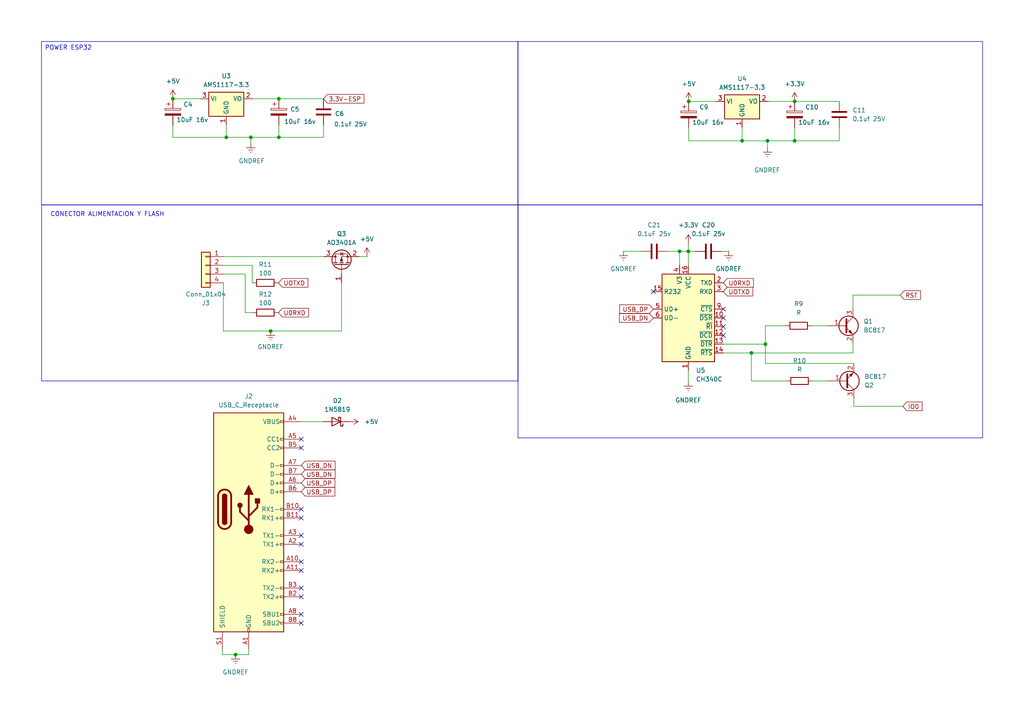
<source format=kicad_sch>
(kicad_sch (version 20230121) (generator eeschema)
  (paper "A4")
  (lib_symbols
    (symbol "Connector:USB_C_Receptacle" (pin_names (offset 1.016))
      (property "Reference" "J" (at -10.16 29.21 0))
      (property "Value" "USB_C_Receptacle" (at 10.16 29.21 0))
      (symbol "USB_C_Receptacle_0_0"
        (rectangle (start -0.254 -35.56) (end 0.254 -34.544))
        (rectangle (start 10.16 -32.766) (end 9.144 -33.274))
        (rectangle (start 10.16 -30.226) (end 9.144 -30.734))
        (rectangle (start 10.16 -25.146) (end 9.144 -25.654))
        (rectangle (start 10.16 -22.606) (end 9.144 -23.114))
        (rectangle (start 10.16 -17.526) (end 9.144 -18.034))
        (rectangle (start 10.16 -14.986) (end 9.144 -15.494))
        (rectangle (start 10.16 -9.906) (end 9.144 -10.414))
        (rectangle (start 10.16 -7.366) (end 9.144 -7.874))
        (rectangle (start 10.16 -2.286) (end 9.144 -2.794))
        (rectangle (start 10.16 0.254) (end 9.144 -0.254))
        (rectangle (start 10.16 5.334) (end 9.144 4.826))
        (rectangle (start 10.16 7.874) (end 9.144 7.366))
        (rectangle (start 10.16 10.414) (end 9.144 9.906))
        (rectangle (start 10.16 12.954) (end 9.144 12.446))
        (rectangle (start 10.16 18.034) (end 9.144 17.526))
        (rectangle (start 10.16 20.574) (end 9.144 20.066))
        (rectangle (start 10.16 25.654) (end 9.144 25.146))
      )
      (symbol "USB_C_Receptacle_0_1"
        (rectangle (start -10.16 27.94) (end 10.16 -35.56) (stroke (width 0.254)) (fill (type background)))
        (arc (start -8.89 -3.81) (mid -6.985 -5.7067) (end -5.08 -3.81) (stroke (width 0.508)))
        (arc (start -7.62 -3.81) (mid -6.985 -4.4423) (end -6.35 -3.81) (stroke (width 0.254)))
        (arc (start -7.62 -3.81) (mid -6.985 -4.4423) (end -6.35 -3.81) (stroke (width 0.254)) (fill (type outline)))
        (rectangle (start -7.62 -3.81) (end -6.35 3.81) (stroke (width 0.254)) (fill (type outline)))
        (arc (start -6.35 3.81) (mid -6.985 4.4423) (end -7.62 3.81) (stroke (width 0.254)))
        (arc (start -6.35 3.81) (mid -6.985 4.4423) (end -7.62 3.81) (stroke (width 0.254)) (fill (type outline)))
        (arc (start -5.08 3.81) (mid -6.985 5.7067) (end -8.89 3.81) (stroke (width 0.508)))
        (polyline (pts (xy -8.89 -3.81) (xy -8.89 3.81)) (stroke (width 0.508)))
        (polyline (pts (xy -5.08 3.81) (xy -5.08 -3.81)) (stroke (width 0.508)))
      )
      (symbol "USB_C_Receptacle_1_1"
        (circle (center -2.54 1.143) (radius 0.635) (stroke (width 0.254)) (fill (type outline)))
        (circle (center 0 -5.842) (radius 1.27) (fill (type outline)))
        (polyline (pts (xy 0 -5.842) (xy 0 4.318)) (stroke (width 0.508)))
        (polyline (pts (xy 0 -3.302) (xy -2.54 -0.762) (xy -2.54 0.508)) (stroke (width 0.508)))
        (polyline (pts (xy 0 -2.032) (xy 2.54 0.508) (xy 2.54 1.778)) (stroke (width 0.508)))
        (polyline (pts (xy -1.27 4.318) (xy 0 6.858) (xy 1.27 4.318) (xy -1.27 4.318)) (stroke (width 0.254)) (fill (type outline)))
        (rectangle (start 1.905 1.778) (end 3.175 3.048) (stroke (width 0.254)) (fill (type outline)))
        (pin passive line (at 0 -40.64 90) (length 5.08) (name "GND") (number "A1"))
        (pin bidirectional line (at 15.24 -15.24 180) (length 5.08) (name "RX2-") (number "A10"))
        (pin bidirectional line (at 15.24 -17.78 180) (length 5.08) (name "RX2+") (number "A11"))
        (pin passive line (at 0 -40.64 90) (length 5.08) hide (name "GND") (number "A12"))
        (pin bidirectional line (at 15.24 -10.16 180) (length 5.08) (name "TX1+") (number "A2"))
        (pin bidirectional line (at 15.24 -7.62 180) (length 5.08) (name "TX1-") (number "A3"))
        (pin passive line (at 15.24 25.4 180) (length 5.08) (name "VBUS") (number "A4"))
        (pin bidirectional line (at 15.24 20.32 180) (length 5.08) (name "CC1") (number "A5"))
        (pin bidirectional line (at 15.24 7.62 180) (length 5.08) (name "D+") (number "A6"))
        (pin bidirectional line (at 15.24 12.7 180) (length 5.08) (name "D-") (number "A7"))
        (pin bidirectional line (at 15.24 -30.48 180) (length 5.08) (name "SBU1") (number "A8"))
        (pin passive line (at 15.24 25.4 180) (length 5.08) hide (name "VBUS") (number "A9"))
        (pin passive line (at 0 -40.64 90) (length 5.08) hide (name "GND") (number "B1"))
        (pin bidirectional line (at 15.24 0 180) (length 5.08) (name "RX1-") (number "B10"))
        (pin bidirectional line (at 15.24 -2.54 180) (length 5.08) (name "RX1+") (number "B11"))
        (pin passive line (at 0 -40.64 90) (length 5.08) hide (name "GND") (number "B12"))
        (pin bidirectional line (at 15.24 -25.4 180) (length 5.08) (name "TX2+") (number "B2"))
        (pin bidirectional line (at 15.24 -22.86 180) (length 5.08) (name "TX2-") (number "B3"))
        (pin passive line (at 15.24 25.4 180) (length 5.08) hide (name "VBUS") (number "B4"))
        (pin bidirectional line (at 15.24 17.78 180) (length 5.08) (name "CC2") (number "B5"))
        (pin bidirectional line (at 15.24 5.08 180) (length 5.08) (name "D+") (number "B6"))
        (pin bidirectional line (at 15.24 10.16 180) (length 5.08) (name "D-") (number "B7"))
        (pin bidirectional line (at 15.24 -33.02 180) (length 5.08) (name "SBU2") (number "B8"))
        (pin passive line (at 15.24 25.4 180) (length 5.08) hide (name "VBUS") (number "B9"))
        (pin passive line (at -7.62 -40.64 90) (length 5.08) (name "SHIELD") (number "S1"))
      )
    )
    (symbol "Connector_Generic:Conn_01x04" (pin_names (offset 1.016) hide)
      (property "Reference" "J" (at 0 5.08 0))
      (property "Value" "Conn_01x04" (at 0 -7.62 0))
      (symbol "Conn_01x04_1_1"
        (rectangle (start -1.27 -4.953) (end 0 -5.207) (stroke (width 0.1524)))
        (rectangle (start -1.27 -2.413) (end 0 -2.667) (stroke (width 0.1524)))
        (rectangle (start -1.27 0.127) (end 0 -0.127) (stroke (width 0.1524)))
        (rectangle (start -1.27 2.667) (end 0 2.413) (stroke (width 0.1524)))
        (rectangle (start -1.27 3.81) (end 1.27 -6.35) (stroke (width 0.254)) (fill (type background)))
        (pin passive line (at -5.08 2.54 0) (length 3.81) (name "Pin_1") (number "1"))
        (pin passive line (at -5.08 0 0) (length 3.81) (name "Pin_2") (number "2"))
        (pin passive line (at -5.08 -2.54 0) (length 3.81) (name "Pin_3") (number "3"))
        (pin passive line (at -5.08 -5.08 0) (length 3.81) (name "Pin_4") (number "4"))
      )
    )
    (symbol "Device:C" (pin_numbers hide) (pin_names (offset 0.254))
      (property "Reference" "C" (at 0.635 2.54 0))
      (property "Value" "C" (at 0.635 -2.54 0))
      (symbol "C_0_1"
        (polyline (pts (xy -2.032 -0.762) (xy 2.032 -0.762)) (stroke (width 0.508)))
        (polyline (pts (xy -2.032 0.762) (xy 2.032 0.762)) (stroke (width 0.508)))
      )
      (symbol "C_1_1"
        (pin passive line (at 0 3.81 270) (length 2.794) (name "~") (number "1"))
        (pin passive line (at 0 -3.81 90) (length 2.794) (name "~") (number "2"))
      )
    )
    (symbol "Device:C_Polarized" (pin_numbers hide) (pin_names (offset 0.254))
      (property "Reference" "C" (at 0.635 2.54 0))
      (property "Value" "C_Polarized" (at 0.635 -2.54 0))
      (symbol "C_Polarized_0_1"
        (rectangle (start -2.286 0.508) (end 2.286 1.016))
        (polyline (pts (xy -1.778 2.286) (xy -0.762 2.286)))
        (polyline (pts (xy -1.27 2.794) (xy -1.27 1.778)))
        (rectangle (start 2.286 -0.508) (end -2.286 -1.016) (fill (type outline)))
      )
      (symbol "C_Polarized_1_1"
        (pin passive line (at 0 3.81 270) (length 2.794) (name "~") (number "1"))
        (pin passive line (at 0 -3.81 90) (length 2.794) (name "~") (number "2"))
      )
    )
    (symbol "Device:R" (pin_numbers hide) (pin_names (offset 0))
      (property "Reference" "R" (at 2.032 0 90))
      (property "Value" "R" (at 0 0 90))
      (symbol "R_0_1"
        (rectangle (start -1.016 -2.54) (end 1.016 2.54) (stroke (width 0.254)))
      )
      (symbol "R_1_1"
        (pin passive line (at 0 3.81 270) (length 1.27) (name "~") (number "1"))
        (pin passive line (at 0 -3.81 90) (length 1.27) (name "~") (number "2"))
      )
    )
    (symbol "Diode:1N5819" (pin_numbers hide) (pin_names (offset 1.016) hide)
      (property "Reference" "D" (at 0 2.54 0))
      (property "Value" "1N5819" (at 0 -2.54 0))
      (symbol "1N5819_0_1"
        (polyline (pts (xy 1.27 0) (xy -1.27 0)))
        (polyline (pts (xy 1.27 1.27) (xy 1.27 -1.27) (xy -1.27 0) (xy 1.27 1.27)) (stroke (width 0.254)))
        (polyline (pts (xy -1.905 0.635) (xy -1.905 1.27) (xy -1.27 1.27) (xy -1.27 -1.27) (xy -0.635 -1.27) (xy -0.635 -0.635)) (stroke (width 0.254)))
      )
      (symbol "1N5819_1_1"
        (pin passive line (at -3.81 0 0) (length 2.54) (name "K") (number "1"))
        (pin passive line (at 3.81 0 180) (length 2.54) (name "A") (number "2"))
      )
    )
    (symbol "Interface_USB:CH340C"
      (property "Reference" "U" (at -5.08 13.97 0))
      (property "Value" "CH340C" (at 1.27 13.97 0))
      (symbol "CH340C_0_1"
        (rectangle (start -7.62 12.7) (end 7.62 -12.7) (stroke (width 0.254)) (fill (type background)))
      )
      (symbol "CH340C_1_1"
        (pin power_in line (at 0 -15.24 90) (length 2.54) (name "GND") (number "1"))
        (pin input line (at 10.16 0 180) (length 2.54) (name "~{DSR}") (number "10"))
        (pin input line (at 10.16 -2.54 180) (length 2.54) (name "~{RI}") (number "11"))
        (pin input line (at 10.16 -5.08 180) (length 2.54) (name "~{DCD}") (number "12"))
        (pin output line (at 10.16 -7.62 180) (length 2.54) (name "~{DTR}") (number "13"))
        (pin output line (at 10.16 -10.16 180) (length 2.54) (name "~{RTS}") (number "14"))
        (pin input line (at -10.16 7.62 0) (length 2.54) (name "R232") (number "15"))
        (pin power_in line (at 0 15.24 270) (length 2.54) (name "VCC") (number "16"))
        (pin output line (at 10.16 10.16 180) (length 2.54) (name "TXD") (number "2"))
        (pin input line (at 10.16 7.62 180) (length 2.54) (name "RXD") (number "3"))
        (pin passive line (at -2.54 15.24 270) (length 2.54) (name "V3") (number "4"))
        (pin bidirectional line (at -10.16 2.54 0) (length 2.54) (name "UD+") (number "5"))
        (pin bidirectional line (at -10.16 0 0) (length 2.54) (name "UD-") (number "6"))
        (pin no_connect line (at -7.62 -7.62 0) (length 2.54) hide (name "NC") (number "7"))
        (pin no_connect line (at -7.62 -10.16 0) (length 2.54) hide (name "NC") (number "8"))
        (pin input line (at 10.16 2.54 180) (length 2.54) (name "~{CTS}") (number "9"))
      )
    )
    (symbol "Regulator_Linear:AMS1117-3.3"
      (property "Reference" "U" (at -3.81 3.175 0))
      (property "Value" "AMS1117-3.3" (at 0 3.175 0))
      (symbol "AMS1117-3.3_0_1"
        (rectangle (start -5.08 -5.08) (end 5.08 1.905) (stroke (width 0.254)) (fill (type background)))
      )
      (symbol "AMS1117-3.3_1_1"
        (pin power_in line (at 0 -7.62 90) (length 2.54) (name "GND") (number "1"))
        (pin power_out line (at 7.62 0 180) (length 2.54) (name "VO") (number "2"))
        (pin power_in line (at -7.62 0 0) (length 2.54) (name "VI") (number "3"))
      )
    )
    (symbol "Transistor_BJT:BC817" (pin_names (offset 0) hide)
      (property "Reference" "Q" (at 5.08 1.905 0))
      (property "Value" "BC817" (at 5.08 0 0))
      (symbol "BC817_0_1"
        (polyline (pts (xy 0.635 0.635) (xy 2.54 2.54)))
        (polyline (pts (xy 0.635 -0.635) (xy 2.54 -2.54) (xy 2.54 -2.54)))
        (polyline (pts (xy 0.635 1.905) (xy 0.635 -1.905) (xy 0.635 -1.905)) (stroke (width 0.508)))
        (polyline (pts (xy 1.27 -1.778) (xy 1.778 -1.27) (xy 2.286 -2.286) (xy 1.27 -1.778) (xy 1.27 -1.778)) (fill (type outline)))
        (circle (center 1.27 0) (radius 2.8194) (stroke (width 0.254)))
      )
      (symbol "BC817_1_1"
        (pin input line (at -5.08 0 0) (length 5.715) (name "B") (number "1"))
        (pin passive line (at 2.54 -5.08 90) (length 2.54) (name "E") (number "2"))
        (pin passive line (at 2.54 5.08 270) (length 2.54) (name "C") (number "3"))
      )
    )
    (symbol "Transistor_FET:AO3401A" (pin_names hide)
      (property "Reference" "Q" (at 5.08 1.905 0))
      (property "Value" "AO3401A" (at 5.08 0 0))
      (symbol "AO3401A_0_1"
        (polyline (pts (xy 0.254 0) (xy -2.54 0)))
        (polyline (pts (xy 0.254 1.905) (xy 0.254 -1.905)) (stroke (width 0.254)))
        (polyline (pts (xy 0.762 -1.27) (xy 0.762 -2.286)) (stroke (width 0.254)))
        (polyline (pts (xy 0.762 0.508) (xy 0.762 -0.508)) (stroke (width 0.254)))
        (polyline (pts (xy 0.762 2.286) (xy 0.762 1.27)) (stroke (width 0.254)))
        (polyline (pts (xy 2.54 2.54) (xy 2.54 1.778)))
        (polyline (pts (xy 2.54 -2.54) (xy 2.54 0) (xy 0.762 0)))
        (polyline (pts (xy 0.762 1.778) (xy 3.302 1.778) (xy 3.302 -1.778) (xy 0.762 -1.778)))
        (polyline (pts (xy 2.286 0) (xy 1.27 0.381) (xy 1.27 -0.381) (xy 2.286 0)) (fill (type outline)))
        (polyline (pts (xy 2.794 -0.508) (xy 2.921 -0.381) (xy 3.683 -0.381) (xy 3.81 -0.254)))
        (polyline (pts (xy 3.302 -0.381) (xy 2.921 0.254) (xy 3.683 0.254) (xy 3.302 -0.381)))
        (circle (center 1.651 0) (radius 2.794) (stroke (width 0.254)))
        (circle (center 2.54 -1.778) (radius 0.254) (fill (type outline)))
        (circle (center 2.54 1.778) (radius 0.254) (fill (type outline)))
      )
      (symbol "AO3401A_1_1"
        (pin input line (at -5.08 0 0) (length 2.54) (name "G") (number "1"))
        (pin passive line (at 2.54 -5.08 90) (length 2.54) (name "S") (number "2"))
        (pin passive line (at 2.54 5.08 270) (length 2.54) (name "D") (number "3"))
      )
    )
    (symbol "power:+3.3V" (power) (pin_names (offset 0))
      (property "Value" "+3.3V" (at 0 3.556 0))
      (symbol "+3.3V_0_1"
        (polyline (pts (xy -0.762 1.27) (xy 0 2.54)))
        (polyline (pts (xy 0 0) (xy 0 2.54)))
        (polyline (pts (xy 0 2.54) (xy 0.762 1.27)))
      )
      (symbol "+3.3V_1_1"
        (pin power_in line (at 0 0 90) (length 0) hide (name "+3.3V") (number "1"))
      )
    )
    (symbol "power:+5V" (power) (pin_names (offset 0))
      (property "Value" "+5V" (at 0 3.556 0))
      (symbol "+5V_0_1"
        (polyline (pts (xy -0.762 1.27) (xy 0 2.54)))
        (polyline (pts (xy 0 0) (xy 0 2.54)))
        (polyline (pts (xy 0 2.54) (xy 0.762 1.27)))
      )
      (symbol "+5V_1_1"
        (pin power_in line (at 0 0 90) (length 0) hide (name "+5V") (number "1"))
      )
    )
    (symbol "power:GNDREF" (power) (pin_names (offset 0))
      (property "Value" "GNDREF" (at 0 -3.81 0))
      (symbol "GNDREF_0_1"
        (polyline (pts (xy -0.635 -1.905) (xy 0.635 -1.905)))
        (polyline (pts (xy -0.127 -2.54) (xy 0.127 -2.54)))
        (polyline (pts (xy 0 -1.27) (xy 0 0)))
        (polyline (pts (xy 1.27 -1.27) (xy -1.27 -1.27)))
      )
      (symbol "GNDREF_1_1"
        (pin power_in line (at 0 0 270) (length 0) hide (name "GNDREF") (number "1"))
      )
    )
  )
  (junction (at 197.104 72.898))
  (junction (at 199.644 72.898))
  (junction (at 65.6336 39.8272))
  (junction (at 217.932 102.362))
  (junction (at 68.326 189.865))
  (junction (at 215.2396 40.8432))
  (junction (at 199.7456 29.4132))
  (junction (at 230.4796 40.8432))
  (junction (at 80.8736 39.8272))
  (junction (at 221.996 99.822))
  (junction (at 78.486 96.012))
  (junction (at 50.1396 28.6512))
  (junction (at 230.4796 29.4132))
  (junction (at 80.8736 28.6512))
  (junction (at 72.7456 39.8272))
  (junction (at 222.6056 40.8432))
  (no_connect (at 87.376 180.721))
  (no_connect (at 87.376 155.321))
  (no_connect (at 189.484 84.582))
  (no_connect (at 87.376 129.921))
  (no_connect (at 87.376 178.181))
  (no_connect (at 87.376 127.381))
  (no_connect (at 209.804 92.202))
  (no_connect (at 87.376 165.481))
  (no_connect (at 87.376 170.561))
  (no_connect (at 87.376 147.701))
  (no_connect (at 209.804 94.742))
  (no_connect (at 209.804 97.282))
  (no_connect (at 87.376 150.241))
  (no_connect (at 87.376 173.101))
  (no_connect (at 209.804 89.662))
  (no_connect (at 87.376 162.941))
  (no_connect (at 87.376 157.861))
  (wire (pts (xy 230.4796 37.0332) (xy 230.4796 40.8432)))
  (wire (pts (xy 71.12 90.678) (xy 73.152 90.678)))
  (wire (pts (xy 243.4336 40.8432) (xy 243.4336 37.0332)))
  (wire (pts (xy 50.1396 39.8272) (xy 65.6336 39.8272)))
  (wire (pts (xy 247.65 117.856) (xy 261.874 117.856)))
  (wire (pts (xy 221.996 105.41) (xy 221.996 99.822)))
  (wire (pts (xy 217.932 102.362) (xy 217.932 110.49)))
  (wire (pts (xy 73.152 76.962) (xy 64.77 76.962)))
  (wire (pts (xy 215.2396 40.8432) (xy 222.6056 40.8432)))
  (wire (pts (xy 197.104 72.898) (xy 199.644 72.898)))
  (wire (pts (xy 50.1396 28.6512) (xy 58.0136 28.6512)))
  (wire (pts (xy 247.65 105.41) (xy 221.996 105.41)))
  (wire (pts (xy 65.6336 36.2712) (xy 65.6336 39.8272)))
  (wire (pts (xy 68.326 189.865) (xy 64.516 189.865)))
  (wire (pts (xy 230.4796 29.4132) (xy 243.4336 29.4132)))
  (wire (pts (xy 217.932 110.49) (xy 228.092 110.49)))
  (wire (pts (xy 222.8596 29.4132) (xy 230.4796 29.4132)))
  (wire (pts (xy 64.77 79.502) (xy 71.12 79.502)))
  (wire (pts (xy 72.7456 39.8272) (xy 80.8736 39.8272)))
  (wire (pts (xy 199.644 72.898) (xy 199.644 76.962)))
  (wire (pts (xy 87.376 122.301) (xy 93.726 122.301)))
  (wire (pts (xy 197.104 76.962) (xy 197.104 72.898)))
  (wire (pts (xy 235.458 94.488) (xy 239.776 94.488)))
  (wire (pts (xy 215.2396 37.0332) (xy 215.2396 40.8432)))
  (wire (pts (xy 199.7456 37.0332) (xy 199.7456 40.8432)))
  (wire (pts (xy 247.396 102.362) (xy 247.396 99.568)))
  (wire (pts (xy 65.6336 39.8272) (xy 72.7456 39.8272)))
  (wire (pts (xy 247.65 115.57) (xy 247.65 117.856)))
  (wire (pts (xy 199.644 107.442) (xy 199.644 110.744)))
  (wire (pts (xy 99.06 96.012) (xy 99.06 82.042)))
  (wire (pts (xy 247.396 89.408) (xy 247.396 85.598)))
  (wire (pts (xy 193.548 72.898) (xy 197.104 72.898)))
  (wire (pts (xy 209.804 99.822) (xy 221.996 99.822)))
  (wire (pts (xy 199.644 70.612) (xy 199.644 72.898)))
  (wire (pts (xy 221.996 94.488) (xy 227.838 94.488)))
  (wire (pts (xy 217.932 102.362) (xy 247.396 102.362)))
  (wire (pts (xy 73.2536 28.6512) (xy 80.8736 28.6512)))
  (wire (pts (xy 180.848 72.898) (xy 185.928 72.898)))
  (wire (pts (xy 222.6056 40.8432) (xy 222.6056 42.8752)))
  (wire (pts (xy 80.8736 28.6512) (xy 93.8276 28.6512)))
  (wire (pts (xy 104.14 74.422) (xy 106.426 74.422)))
  (wire (pts (xy 64.77 96.012) (xy 78.486 96.012)))
  (wire (pts (xy 64.516 188.341) (xy 64.516 189.865)))
  (wire (pts (xy 199.7456 29.4132) (xy 207.6196 29.4132)))
  (wire (pts (xy 80.8736 36.2712) (xy 80.8736 39.8272)))
  (wire (pts (xy 199.7456 40.8432) (xy 215.2396 40.8432)))
  (wire (pts (xy 64.77 82.042) (xy 64.77 96.012)))
  (wire (pts (xy 230.4796 40.8432) (xy 243.4336 40.8432)))
  (wire (pts (xy 221.996 99.822) (xy 221.996 94.488)))
  (wire (pts (xy 73.152 82.042) (xy 73.152 76.962)))
  (wire (pts (xy 222.6056 40.8432) (xy 230.4796 40.8432)))
  (wire (pts (xy 72.7456 39.8272) (xy 72.7456 41.6052)))
  (wire (pts (xy 199.644 72.898) (xy 201.676 72.898)))
  (wire (pts (xy 247.396 85.598) (xy 261.112 85.598)))
  (wire (pts (xy 71.12 79.502) (xy 71.12 90.678)))
  (wire (pts (xy 72.136 188.341) (xy 72.136 189.865)))
  (wire (pts (xy 235.712 110.49) (xy 240.03 110.49)))
  (wire (pts (xy 50.1396 36.2712) (xy 50.1396 39.8272)))
  (wire (pts (xy 209.804 102.362) (xy 217.932 102.362)))
  (wire (pts (xy 78.486 96.012) (xy 99.06 96.012)))
  (wire (pts (xy 72.136 189.865) (xy 68.326 189.865)))
  (wire (pts (xy 80.8736 39.8272) (xy 93.8276 39.8272)))
  (wire (pts (xy 209.296 72.898) (xy 211.328 72.898)))
  (wire (pts (xy 64.77 74.422) (xy 93.98 74.422)))
  (wire (pts (xy 93.8276 39.8272) (xy 93.8276 36.2712)))
  (rectangle (start 150.2156 12.0396) (end 284.988 59.3852))
  (rectangle (start 12.065 59.436) (end 150.241 110.49))
  (rectangle (start 150.241 59.436) (end 284.988 127))
  (text_box "POWER ESP32" (at 12.0396 12.0396 0) (size 138.176 47.3456) (effects (font (size 1.27 1.27)) (justify left top)))
  (text "CONECTOR ALIMENTACION Y FLASH" (at 14.605 62.992 0) (effects (font (size 1.27 1.27)) (justify left bottom)))
  (global_label "USB_DP" (shape input) (at 87.376 142.621 0) (property "Intersheetrefs" "${INTERSHEET_REFS}" (effects hide)))
  (global_label "USB_DN" (shape input) (at 87.376 135.001 0) (property "Intersheetrefs" "${INTERSHEET_REFS}" (effects hide)))
  (global_label "IO0" (shape input) (at 261.874 117.856 0) (property "Intersheetrefs" "${INTERSHEET_REFS}" (effects hide)))
  (global_label "USB_DP" (shape input) (at 189.484 89.662 180) (property "Intersheetrefs" "${INTERSHEET_REFS}" (effects hide)))
  (global_label "USB_DN" (shape input) (at 189.484 92.202 180) (property "Intersheetrefs" "${INTERSHEET_REFS}" (effects hide)))
  (global_label "USB_DP" (shape input) (at 87.376 140.081 0) (property "Intersheetrefs" "${INTERSHEET_REFS}" (effects hide)))
  (global_label "U0RXD" (shape input) (at 80.772 90.678 0) (property "Intersheetrefs" "${INTERSHEET_REFS}" (effects hide)))
  (global_label "UOTXD" (shape input) (at 209.804 84.582 0) (property "Intersheetrefs" "${INTERSHEET_REFS}" (effects hide)))
  (global_label "RST" (shape input) (at 261.112 85.598 0) (property "Intersheetrefs" "${INTERSHEET_REFS}" (effects hide)))
  (global_label "U0RXD" (shape input) (at 209.804 82.042 0) (property "Intersheetrefs" "${INTERSHEET_REFS}" (effects hide)))
  (global_label "UOTXD" (shape input) (at 80.772 82.042 0) (property "Intersheetrefs" "${INTERSHEET_REFS}" (effects hide)))
  (global_label "USB_DN" (shape input) (at 87.376 137.541 0) (property "Intersheetrefs" "${INTERSHEET_REFS}" (effects hide)))
  (global_label "3.3V-ESP" (shape input) (at 93.8276 28.6512 0) (property "Intersheetrefs" "${INTERSHEET_REFS}" (effects hide)))
  (symbol (lib_id "power:+5V") (at 50.1396 28.6512 0) (unit 1)
    (property "Reference" "#PWR033" (effects hide))
    (property "Value" "+5V" (at 50.1396 23.5712 0))
  )
  (symbol (lib_id "power:+3.3V") (at 230.4796 29.4132 0) (unit 1)
    (property "Reference" "#PWR035" (effects hide))
    (property "Value" "+3.3V" (at 230.4796 24.3332 0))
  )
  (symbol (lib_id "Connector_Generic:Conn_01x04") (at 59.69 76.962 0) (mirror y) (unit 1)
    (property "Reference" "J3" (at 59.69 87.884 0))
    (property "Value" "Conn_01x04" (at 59.69 85.344 0))
  )
  (symbol (lib_id "Diode:1N5819") (at 97.536 122.301 180) (unit 1)
    (property "Reference" "D2" (at 97.8535 116.205 0))
    (property "Value" "1N5819" (at 97.8535 118.745 0))
    (property "Footprint" "Diode_THT:D_DO-41_SOD81_P10.16mm_Horizontal" (effects hide))
    (property "Datasheet" "http://www.vishay.com/docs/88525/1n5817.pdf" (effects hide))
  )
  (symbol (lib_id "Device:C_Polarized") (at 199.7456 33.2232 0) (unit 1)
    (property "Reference" "C9" (at 202.7936 31.0642 0) (effects (justify left)))
    (property "Value" "10uF 16v" (at 200.7616 35.5092 0) (effects (justify left)))
    (instances (project "iotThermostatRgb" (path "" (reference "C9") (unit 1)) (path "" (reference "C4") (unit 1))))
  )
  (symbol (lib_id "power:+5V") (at 199.7456 29.4132 0) (unit 1)
    (property "Reference" "#PWR034" (effects hide))
    (property "Value" "+5V" (at 199.7456 24.3332 0))
  )
  (symbol (lib_id "power:GNDREF") (at 211.328 72.898 0) (unit 1)
    (property "Reference" "#PWR014" (effects hide))
    (property "Value" "GNDREF" (at 211.328 77.978 0))
  )
  (symbol (lib_id "Device:C") (at 205.486 72.898 90) (unit 1)
    (property "Reference" "C20" (at 205.486 65.278 90))
    (property "Value" "0.1uF 25v" (at 205.486 67.818 90))
  )
  (symbol (lib_id "Regulator_Linear:AMS1117-3.3") (at 65.6336 28.6512 0) (unit 1)
    (property "Reference" "U3" (at 65.6336 22.0472 0))
    (property "Value" "AMS1117-3.3" (at 65.6336 24.5872 0))
    (property "Footprint" "Package_TO_SOT_SMD:SOT-223-3_TabPin2" (effects hide))
    (property "Datasheet" "http://www.advanced-monolithic.com/pdf/ds1117.pdf" (effects hide))
    (instances (project "iotThermostatRgb" (path "" (reference "U3") (unit 1)) (path "" (reference "U4") (unit 1))))
  )
  (symbol (lib_id "power:+5V") (at 101.346 122.301 270) (unit 1)
    (property "Reference" "#PWR030" (effects hide))
    (property "Value" "+5V" (at 105.664 122.301 90) (effects (justify left)))
  )
  (symbol (lib_id "power:GNDREF") (at 199.644 110.744 0) (unit 1)
    (property "Reference" "#PWR015" (effects hide))
    (property "Value" "GNDREF" (at 199.644 116.078 0))
  )
  (symbol (lib_id "Interface_USB:CH340C") (at 199.644 92.202 0) (unit 1)
    (property "Reference" "U5" (at 201.8381 107.442 0) (effects (justify left)))
    (property "Value" "CH340C" (at 201.8381 109.982 0) (effects (justify left)))
    (property "Footprint" "Package_SO:SOIC-16_3.9x9.9mm_P1.27mm" (effects hide))
    (property "Datasheet" "https://datasheet.lcsc.com/szlcsc/Jiangsu-Qin-Heng-CH340C_C84681.pdf" (effects hide))
  )
  (symbol (lib_id "Connector:USB_C_Receptacle") (at 72.136 147.701 0) (unit 1)
    (property "Reference" "J2" (at 72.136 114.935 0))
    (property "Value" "USB_C_Receptacle" (at 72.136 117.475 0))
    (property "Datasheet" "https://www.usb.org/sites/default/files/documents/usb_type-c.zip" (effects hide))
  )
  (symbol (lib_id "Transistor_BJT:BC817") (at 245.11 110.49 0) (mirror x) (unit 1)
    (property "Reference" "Q2" (at 250.698 111.76 0) (effects (justify left)))
    (property "Value" "BC817" (at 250.698 109.22 0) (effects (justify left)))
    (property "Footprint" "Package_TO_SOT_SMD:SOT-23" (effects hide))
    (property "Datasheet" "https://www.onsemi.com/pub/Collateral/BC818-D.pdf" (effects hide))
  )
  (symbol (lib_id "Device:C_Polarized") (at 50.1396 32.4612 0) (unit 1)
    (property "Reference" "C4" (at 53.1876 30.3022 0) (effects (justify left)))
    (property "Value" "10uF 16v" (at 51.1556 34.7472 0) (effects (justify left)))
    (instances (project "iotThermostatRgb" (path "" (reference "C4") (unit 1)) (path "" (reference "C5") (unit 1))))
  )
  (symbol (lib_id "Device:C_Polarized") (at 80.8736 32.4612 0) (unit 1)
    (property "Reference" "C5" (at 84.1756 31.6992 0) (effects (justify left)))
    (property "Value" "10uF 16v" (at 82.3976 35.2552 0) (effects (justify left)))
    (instances (project "iotThermostatRgb" (path "" (reference "C5") (unit 1)) (path "" (reference "C9") (unit 1))))
  )
  (symbol (lib_id "Transistor_FET:AO3401A") (at 99.06 76.962 90) (unit 1)
    (property "Reference" "Q3" (at 99.06 67.818 90))
    (property "Value" "AO3401A" (at 99.06 70.358 90))
    (property "Footprint" "Package_TO_SOT_SMD:SOT-23" (effects hide))
    (property "Datasheet" "http://www.aosmd.com/pdfs/datasheet/AO3401A.pdf" (effects hide))
  )
  (symbol (lib_id "Device:R") (at 76.962 82.042 90) (unit 1)
    (property "Reference" "R11" (at 76.962 76.708 90))
    (property "Value" "100" (at 76.962 79.248 90))
  )
  (symbol (lib_id "Device:C") (at 93.8276 32.4612 180) (unit 1)
    (property "Reference" "C6" (at 97.1296 32.9692 0) (effects (justify right)))
    (property "Value" "0.1uf 25V" (at 96.8756 36.0172 0) (effects (justify right)))
    (instances (project "iotThermostatRgb" (path "" (reference "C6") (unit 1)) (path "" (reference "C11") (unit 1))))
  )
  (symbol (lib_id "Device:C") (at 189.738 72.898 90) (unit 1)
    (property "Reference" "C21" (at 189.738 65.278 90))
    (property "Value" "0.1uF 25v" (at 189.738 67.818 90))
  )
  (symbol (lib_id "power:GNDREF") (at 68.326 189.865 0) (unit 1)
    (property "Reference" "#PWR029" (effects hide))
    (property "Value" "GNDREF" (at 68.326 194.945 0))
  )
  (symbol (lib_id "power:+5V") (at 106.426 74.422 0) (unit 1)
    (property "Reference" "#PWR038" (effects hide))
    (property "Value" "+5V" (at 106.426 69.342 0))
  )
  (symbol (lib_id "power:GNDREF") (at 180.848 72.898 0) (unit 1)
    (property "Reference" "#PWR016" (effects hide))
    (property "Value" "GNDREF" (at 180.848 77.978 0))
  )
  (symbol (lib_id "power:GNDREF") (at 72.7456 41.6052 0) (unit 1)
    (property "Reference" "#PWR010" (effects hide))
    (property "Value" "GNDREF" (at 72.9996 46.6852 0))
  )
  (symbol (lib_id "power:GNDREF") (at 222.6056 42.8752 0) (unit 1)
    (property "Reference" "#PWR09" (effects hide))
    (property "Value" "GNDREF" (at 222.504 49.3268 0))
  )
  (symbol (lib_id "power:+3.3V") (at 199.644 70.612 0) (unit 1)
    (property "Reference" "#PWR013" (effects hide))
    (property "Value" "+3.3V" (at 199.644 65.278 0))
  )
  (symbol (lib_id "Device:C_Polarized") (at 230.4796 33.2232 0) (unit 1)
    (property "Reference" "C10" (at 233.5276 31.0642 0) (effects (justify left)))
    (property "Value" "10uF 16v" (at 231.4956 35.5092 0) (effects (justify left)))
    (instances (project "iotThermostatRgb" (path "" (reference "C10") (unit 1)) (path "" (reference "C6") (unit 1))))
  )
  (symbol (lib_id "Device:R") (at 231.648 94.488 90) (unit 1)
    (property "Reference" "R9" (at 231.648 88.138 90))
    (property "Value" "R" (at 231.648 90.678 90))
  )
  (symbol (lib_id "Device:R") (at 231.902 110.49 90) (unit 1)
    (property "Reference" "R10" (at 231.902 104.648 90))
    (property "Value" "R" (at 231.902 107.188 90))
  )
  (symbol (lib_id "Regulator_Linear:AMS1117-3.3") (at 215.2396 29.4132 0) (unit 1)
    (property "Reference" "U4" (at 215.2396 22.8092 0))
    (property "Value" "AMS1117-3.3" (at 215.2396 25.3492 0))
    (property "Footprint" "Package_TO_SOT_SMD:SOT-223-3_TabPin2" (effects hide))
    (property "Datasheet" "http://www.advanced-monolithic.com/pdf/ds1117.pdf" (effects hide))
    (instances (project "iotThermostatRgb" (path "" (reference "U4") (unit 1)) (path "" (reference "U3") (unit 1))))
  )
  (symbol (lib_id "Device:R") (at 76.962 90.678 90) (unit 1)
    (property "Reference" "R12" (at 76.962 85.344 90))
    (property "Value" "100" (at 76.962 87.884 90))
  )
  (symbol (lib_id "Transistor_BJT:BC817") (at 244.856 94.488 0) (unit 1)
    (property "Reference" "Q1" (at 250.444 93.218 0) (effects (justify left)))
    (property "Value" "BC817" (at 250.444 95.758 0) (effects (justify left)))
    (property "Footprint" "Package_TO_SOT_SMD:SOT-23" (effects hide))
    (property "Datasheet" "https://www.onsemi.com/pub/Collateral/BC818-D.pdf" (effects hide))
  )
  (symbol (lib_id "power:GNDREF") (at 78.486 96.012 0) (unit 1)
    (property "Reference" "#PWR037" (effects hide))
    (property "Value" "GNDREF" (at 78.486 100.584 0))
  )
  (symbol (lib_id "Device:C") (at 243.4336 33.2232 180) (unit 1)
    (property "Reference" "C11" (at 247.2436 31.9532 0) (effects (justify right)))
    (property "Value" "0.1uf 25V" (at 247.2436 34.4932 0) (effects (justify right)))
    (instances (project "iotThermostatRgb" (path "" (reference "C11") (unit 1)) (path "" (reference "C10") (unit 1))))
  )
)
</source>
